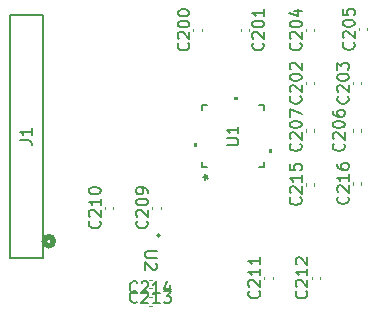
<source format=gbr>
%TF.GenerationSoftware,KiCad,Pcbnew,8.0.1*%
%TF.CreationDate,2024-07-06T10:14:10-04:00*%
%TF.ProjectId,O2 Macrodevice NFC Board KiCad,4f32204d-6163-4726-9f64-657669636520,rev?*%
%TF.SameCoordinates,Original*%
%TF.FileFunction,Legend,Top*%
%TF.FilePolarity,Positive*%
%FSLAX46Y46*%
G04 Gerber Fmt 4.6, Leading zero omitted, Abs format (unit mm)*
G04 Created by KiCad (PCBNEW 8.0.1) date 2024-07-06 10:14:10*
%MOMM*%
%LPD*%
G01*
G04 APERTURE LIST*
%ADD10C,0.150000*%
%ADD11C,0.152400*%
%ADD12C,0.000000*%
%ADD13C,0.508000*%
%ADD14C,0.120000*%
G04 APERTURE END LIST*
D10*
X131545180Y-96738095D02*
X130735657Y-96738095D01*
X130735657Y-96738095D02*
X130640419Y-96785714D01*
X130640419Y-96785714D02*
X130592800Y-96833333D01*
X130592800Y-96833333D02*
X130545180Y-96928571D01*
X130545180Y-96928571D02*
X130545180Y-97119047D01*
X130545180Y-97119047D02*
X130592800Y-97214285D01*
X130592800Y-97214285D02*
X130640419Y-97261904D01*
X130640419Y-97261904D02*
X130735657Y-97309523D01*
X130735657Y-97309523D02*
X131545180Y-97309523D01*
X131449942Y-97738095D02*
X131497561Y-97785714D01*
X131497561Y-97785714D02*
X131545180Y-97880952D01*
X131545180Y-97880952D02*
X131545180Y-98119047D01*
X131545180Y-98119047D02*
X131497561Y-98214285D01*
X131497561Y-98214285D02*
X131449942Y-98261904D01*
X131449942Y-98261904D02*
X131354704Y-98309523D01*
X131354704Y-98309523D02*
X131259466Y-98309523D01*
X131259466Y-98309523D02*
X131116609Y-98261904D01*
X131116609Y-98261904D02*
X130545180Y-97690476D01*
X130545180Y-97690476D02*
X130545180Y-98309523D01*
X137454819Y-87761904D02*
X138264342Y-87761904D01*
X138264342Y-87761904D02*
X138359580Y-87714285D01*
X138359580Y-87714285D02*
X138407200Y-87666666D01*
X138407200Y-87666666D02*
X138454819Y-87571428D01*
X138454819Y-87571428D02*
X138454819Y-87380952D01*
X138454819Y-87380952D02*
X138407200Y-87285714D01*
X138407200Y-87285714D02*
X138359580Y-87238095D01*
X138359580Y-87238095D02*
X138264342Y-87190476D01*
X138264342Y-87190476D02*
X137454819Y-87190476D01*
X138454819Y-86190476D02*
X138454819Y-86761904D01*
X138454819Y-86476190D02*
X137454819Y-86476190D01*
X137454819Y-86476190D02*
X137597676Y-86571428D01*
X137597676Y-86571428D02*
X137692914Y-86666666D01*
X137692914Y-86666666D02*
X137740533Y-86761904D01*
X135454819Y-90441699D02*
X135692914Y-90441699D01*
X135597676Y-90679794D02*
X135692914Y-90441699D01*
X135692914Y-90441699D02*
X135597676Y-90203604D01*
X135883390Y-90584556D02*
X135692914Y-90441699D01*
X135692914Y-90441699D02*
X135883390Y-90298842D01*
X135454819Y-90441699D02*
X135692914Y-90441699D01*
X135597676Y-90679794D02*
X135692914Y-90441699D01*
X135692914Y-90441699D02*
X135597676Y-90203604D01*
X135883390Y-90584556D02*
X135692914Y-90441699D01*
X135692914Y-90441699D02*
X135883390Y-90298842D01*
X119954819Y-87333333D02*
X120669104Y-87333333D01*
X120669104Y-87333333D02*
X120811961Y-87380952D01*
X120811961Y-87380952D02*
X120907200Y-87476190D01*
X120907200Y-87476190D02*
X120954819Y-87619047D01*
X120954819Y-87619047D02*
X120954819Y-87714285D01*
X120954819Y-86333333D02*
X120954819Y-86904761D01*
X120954819Y-86619047D02*
X119954819Y-86619047D01*
X119954819Y-86619047D02*
X120097676Y-86714285D01*
X120097676Y-86714285D02*
X120192914Y-86809523D01*
X120192914Y-86809523D02*
X120240533Y-86904761D01*
X148199580Y-79051547D02*
X148247200Y-79099166D01*
X148247200Y-79099166D02*
X148294819Y-79242023D01*
X148294819Y-79242023D02*
X148294819Y-79337261D01*
X148294819Y-79337261D02*
X148247200Y-79480118D01*
X148247200Y-79480118D02*
X148151961Y-79575356D01*
X148151961Y-79575356D02*
X148056723Y-79622975D01*
X148056723Y-79622975D02*
X147866247Y-79670594D01*
X147866247Y-79670594D02*
X147723390Y-79670594D01*
X147723390Y-79670594D02*
X147532914Y-79622975D01*
X147532914Y-79622975D02*
X147437676Y-79575356D01*
X147437676Y-79575356D02*
X147342438Y-79480118D01*
X147342438Y-79480118D02*
X147294819Y-79337261D01*
X147294819Y-79337261D02*
X147294819Y-79242023D01*
X147294819Y-79242023D02*
X147342438Y-79099166D01*
X147342438Y-79099166D02*
X147390057Y-79051547D01*
X147390057Y-78670594D02*
X147342438Y-78622975D01*
X147342438Y-78622975D02*
X147294819Y-78527737D01*
X147294819Y-78527737D02*
X147294819Y-78289642D01*
X147294819Y-78289642D02*
X147342438Y-78194404D01*
X147342438Y-78194404D02*
X147390057Y-78146785D01*
X147390057Y-78146785D02*
X147485295Y-78099166D01*
X147485295Y-78099166D02*
X147580533Y-78099166D01*
X147580533Y-78099166D02*
X147723390Y-78146785D01*
X147723390Y-78146785D02*
X148294819Y-78718213D01*
X148294819Y-78718213D02*
X148294819Y-78099166D01*
X147294819Y-77480118D02*
X147294819Y-77384880D01*
X147294819Y-77384880D02*
X147342438Y-77289642D01*
X147342438Y-77289642D02*
X147390057Y-77242023D01*
X147390057Y-77242023D02*
X147485295Y-77194404D01*
X147485295Y-77194404D02*
X147675771Y-77146785D01*
X147675771Y-77146785D02*
X147913866Y-77146785D01*
X147913866Y-77146785D02*
X148104342Y-77194404D01*
X148104342Y-77194404D02*
X148199580Y-77242023D01*
X148199580Y-77242023D02*
X148247200Y-77289642D01*
X148247200Y-77289642D02*
X148294819Y-77384880D01*
X148294819Y-77384880D02*
X148294819Y-77480118D01*
X148294819Y-77480118D02*
X148247200Y-77575356D01*
X148247200Y-77575356D02*
X148199580Y-77622975D01*
X148199580Y-77622975D02*
X148104342Y-77670594D01*
X148104342Y-77670594D02*
X147913866Y-77718213D01*
X147913866Y-77718213D02*
X147675771Y-77718213D01*
X147675771Y-77718213D02*
X147485295Y-77670594D01*
X147485295Y-77670594D02*
X147390057Y-77622975D01*
X147390057Y-77622975D02*
X147342438Y-77575356D01*
X147342438Y-77575356D02*
X147294819Y-77480118D01*
X147294819Y-76242023D02*
X147294819Y-76718213D01*
X147294819Y-76718213D02*
X147771009Y-76765832D01*
X147771009Y-76765832D02*
X147723390Y-76718213D01*
X147723390Y-76718213D02*
X147675771Y-76622975D01*
X147675771Y-76622975D02*
X147675771Y-76384880D01*
X147675771Y-76384880D02*
X147723390Y-76289642D01*
X147723390Y-76289642D02*
X147771009Y-76242023D01*
X147771009Y-76242023D02*
X147866247Y-76194404D01*
X147866247Y-76194404D02*
X148104342Y-76194404D01*
X148104342Y-76194404D02*
X148199580Y-76242023D01*
X148199580Y-76242023D02*
X148247200Y-76289642D01*
X148247200Y-76289642D02*
X148294819Y-76384880D01*
X148294819Y-76384880D02*
X148294819Y-76622975D01*
X148294819Y-76622975D02*
X148247200Y-76718213D01*
X148247200Y-76718213D02*
X148199580Y-76765832D01*
X147699580Y-83619047D02*
X147747200Y-83666666D01*
X147747200Y-83666666D02*
X147794819Y-83809523D01*
X147794819Y-83809523D02*
X147794819Y-83904761D01*
X147794819Y-83904761D02*
X147747200Y-84047618D01*
X147747200Y-84047618D02*
X147651961Y-84142856D01*
X147651961Y-84142856D02*
X147556723Y-84190475D01*
X147556723Y-84190475D02*
X147366247Y-84238094D01*
X147366247Y-84238094D02*
X147223390Y-84238094D01*
X147223390Y-84238094D02*
X147032914Y-84190475D01*
X147032914Y-84190475D02*
X146937676Y-84142856D01*
X146937676Y-84142856D02*
X146842438Y-84047618D01*
X146842438Y-84047618D02*
X146794819Y-83904761D01*
X146794819Y-83904761D02*
X146794819Y-83809523D01*
X146794819Y-83809523D02*
X146842438Y-83666666D01*
X146842438Y-83666666D02*
X146890057Y-83619047D01*
X146890057Y-83238094D02*
X146842438Y-83190475D01*
X146842438Y-83190475D02*
X146794819Y-83095237D01*
X146794819Y-83095237D02*
X146794819Y-82857142D01*
X146794819Y-82857142D02*
X146842438Y-82761904D01*
X146842438Y-82761904D02*
X146890057Y-82714285D01*
X146890057Y-82714285D02*
X146985295Y-82666666D01*
X146985295Y-82666666D02*
X147080533Y-82666666D01*
X147080533Y-82666666D02*
X147223390Y-82714285D01*
X147223390Y-82714285D02*
X147794819Y-83285713D01*
X147794819Y-83285713D02*
X147794819Y-82666666D01*
X146794819Y-82047618D02*
X146794819Y-81952380D01*
X146794819Y-81952380D02*
X146842438Y-81857142D01*
X146842438Y-81857142D02*
X146890057Y-81809523D01*
X146890057Y-81809523D02*
X146985295Y-81761904D01*
X146985295Y-81761904D02*
X147175771Y-81714285D01*
X147175771Y-81714285D02*
X147413866Y-81714285D01*
X147413866Y-81714285D02*
X147604342Y-81761904D01*
X147604342Y-81761904D02*
X147699580Y-81809523D01*
X147699580Y-81809523D02*
X147747200Y-81857142D01*
X147747200Y-81857142D02*
X147794819Y-81952380D01*
X147794819Y-81952380D02*
X147794819Y-82047618D01*
X147794819Y-82047618D02*
X147747200Y-82142856D01*
X147747200Y-82142856D02*
X147699580Y-82190475D01*
X147699580Y-82190475D02*
X147604342Y-82238094D01*
X147604342Y-82238094D02*
X147413866Y-82285713D01*
X147413866Y-82285713D02*
X147175771Y-82285713D01*
X147175771Y-82285713D02*
X146985295Y-82238094D01*
X146985295Y-82238094D02*
X146890057Y-82190475D01*
X146890057Y-82190475D02*
X146842438Y-82142856D01*
X146842438Y-82142856D02*
X146794819Y-82047618D01*
X146794819Y-81380951D02*
X146794819Y-80761904D01*
X146794819Y-80761904D02*
X147175771Y-81095237D01*
X147175771Y-81095237D02*
X147175771Y-80952380D01*
X147175771Y-80952380D02*
X147223390Y-80857142D01*
X147223390Y-80857142D02*
X147271009Y-80809523D01*
X147271009Y-80809523D02*
X147366247Y-80761904D01*
X147366247Y-80761904D02*
X147604342Y-80761904D01*
X147604342Y-80761904D02*
X147699580Y-80809523D01*
X147699580Y-80809523D02*
X147747200Y-80857142D01*
X147747200Y-80857142D02*
X147794819Y-80952380D01*
X147794819Y-80952380D02*
X147794819Y-81238094D01*
X147794819Y-81238094D02*
X147747200Y-81333332D01*
X147747200Y-81333332D02*
X147699580Y-81380951D01*
X143699580Y-87619047D02*
X143747200Y-87666666D01*
X143747200Y-87666666D02*
X143794819Y-87809523D01*
X143794819Y-87809523D02*
X143794819Y-87904761D01*
X143794819Y-87904761D02*
X143747200Y-88047618D01*
X143747200Y-88047618D02*
X143651961Y-88142856D01*
X143651961Y-88142856D02*
X143556723Y-88190475D01*
X143556723Y-88190475D02*
X143366247Y-88238094D01*
X143366247Y-88238094D02*
X143223390Y-88238094D01*
X143223390Y-88238094D02*
X143032914Y-88190475D01*
X143032914Y-88190475D02*
X142937676Y-88142856D01*
X142937676Y-88142856D02*
X142842438Y-88047618D01*
X142842438Y-88047618D02*
X142794819Y-87904761D01*
X142794819Y-87904761D02*
X142794819Y-87809523D01*
X142794819Y-87809523D02*
X142842438Y-87666666D01*
X142842438Y-87666666D02*
X142890057Y-87619047D01*
X142890057Y-87238094D02*
X142842438Y-87190475D01*
X142842438Y-87190475D02*
X142794819Y-87095237D01*
X142794819Y-87095237D02*
X142794819Y-86857142D01*
X142794819Y-86857142D02*
X142842438Y-86761904D01*
X142842438Y-86761904D02*
X142890057Y-86714285D01*
X142890057Y-86714285D02*
X142985295Y-86666666D01*
X142985295Y-86666666D02*
X143080533Y-86666666D01*
X143080533Y-86666666D02*
X143223390Y-86714285D01*
X143223390Y-86714285D02*
X143794819Y-87285713D01*
X143794819Y-87285713D02*
X143794819Y-86666666D01*
X142794819Y-86047618D02*
X142794819Y-85952380D01*
X142794819Y-85952380D02*
X142842438Y-85857142D01*
X142842438Y-85857142D02*
X142890057Y-85809523D01*
X142890057Y-85809523D02*
X142985295Y-85761904D01*
X142985295Y-85761904D02*
X143175771Y-85714285D01*
X143175771Y-85714285D02*
X143413866Y-85714285D01*
X143413866Y-85714285D02*
X143604342Y-85761904D01*
X143604342Y-85761904D02*
X143699580Y-85809523D01*
X143699580Y-85809523D02*
X143747200Y-85857142D01*
X143747200Y-85857142D02*
X143794819Y-85952380D01*
X143794819Y-85952380D02*
X143794819Y-86047618D01*
X143794819Y-86047618D02*
X143747200Y-86142856D01*
X143747200Y-86142856D02*
X143699580Y-86190475D01*
X143699580Y-86190475D02*
X143604342Y-86238094D01*
X143604342Y-86238094D02*
X143413866Y-86285713D01*
X143413866Y-86285713D02*
X143175771Y-86285713D01*
X143175771Y-86285713D02*
X142985295Y-86238094D01*
X142985295Y-86238094D02*
X142890057Y-86190475D01*
X142890057Y-86190475D02*
X142842438Y-86142856D01*
X142842438Y-86142856D02*
X142794819Y-86047618D01*
X142794819Y-85380951D02*
X142794819Y-84714285D01*
X142794819Y-84714285D02*
X143794819Y-85142856D01*
X143699580Y-92186547D02*
X143747200Y-92234166D01*
X143747200Y-92234166D02*
X143794819Y-92377023D01*
X143794819Y-92377023D02*
X143794819Y-92472261D01*
X143794819Y-92472261D02*
X143747200Y-92615118D01*
X143747200Y-92615118D02*
X143651961Y-92710356D01*
X143651961Y-92710356D02*
X143556723Y-92757975D01*
X143556723Y-92757975D02*
X143366247Y-92805594D01*
X143366247Y-92805594D02*
X143223390Y-92805594D01*
X143223390Y-92805594D02*
X143032914Y-92757975D01*
X143032914Y-92757975D02*
X142937676Y-92710356D01*
X142937676Y-92710356D02*
X142842438Y-92615118D01*
X142842438Y-92615118D02*
X142794819Y-92472261D01*
X142794819Y-92472261D02*
X142794819Y-92377023D01*
X142794819Y-92377023D02*
X142842438Y-92234166D01*
X142842438Y-92234166D02*
X142890057Y-92186547D01*
X142890057Y-91805594D02*
X142842438Y-91757975D01*
X142842438Y-91757975D02*
X142794819Y-91662737D01*
X142794819Y-91662737D02*
X142794819Y-91424642D01*
X142794819Y-91424642D02*
X142842438Y-91329404D01*
X142842438Y-91329404D02*
X142890057Y-91281785D01*
X142890057Y-91281785D02*
X142985295Y-91234166D01*
X142985295Y-91234166D02*
X143080533Y-91234166D01*
X143080533Y-91234166D02*
X143223390Y-91281785D01*
X143223390Y-91281785D02*
X143794819Y-91853213D01*
X143794819Y-91853213D02*
X143794819Y-91234166D01*
X143794819Y-90281785D02*
X143794819Y-90853213D01*
X143794819Y-90567499D02*
X142794819Y-90567499D01*
X142794819Y-90567499D02*
X142937676Y-90662737D01*
X142937676Y-90662737D02*
X143032914Y-90757975D01*
X143032914Y-90757975D02*
X143080533Y-90853213D01*
X142794819Y-89377023D02*
X142794819Y-89853213D01*
X142794819Y-89853213D02*
X143271009Y-89900832D01*
X143271009Y-89900832D02*
X143223390Y-89853213D01*
X143223390Y-89853213D02*
X143175771Y-89757975D01*
X143175771Y-89757975D02*
X143175771Y-89519880D01*
X143175771Y-89519880D02*
X143223390Y-89424642D01*
X143223390Y-89424642D02*
X143271009Y-89377023D01*
X143271009Y-89377023D02*
X143366247Y-89329404D01*
X143366247Y-89329404D02*
X143604342Y-89329404D01*
X143604342Y-89329404D02*
X143699580Y-89377023D01*
X143699580Y-89377023D02*
X143747200Y-89424642D01*
X143747200Y-89424642D02*
X143794819Y-89519880D01*
X143794819Y-89519880D02*
X143794819Y-89757975D01*
X143794819Y-89757975D02*
X143747200Y-89853213D01*
X143747200Y-89853213D02*
X143699580Y-89900832D01*
X147359580Y-87619047D02*
X147407200Y-87666666D01*
X147407200Y-87666666D02*
X147454819Y-87809523D01*
X147454819Y-87809523D02*
X147454819Y-87904761D01*
X147454819Y-87904761D02*
X147407200Y-88047618D01*
X147407200Y-88047618D02*
X147311961Y-88142856D01*
X147311961Y-88142856D02*
X147216723Y-88190475D01*
X147216723Y-88190475D02*
X147026247Y-88238094D01*
X147026247Y-88238094D02*
X146883390Y-88238094D01*
X146883390Y-88238094D02*
X146692914Y-88190475D01*
X146692914Y-88190475D02*
X146597676Y-88142856D01*
X146597676Y-88142856D02*
X146502438Y-88047618D01*
X146502438Y-88047618D02*
X146454819Y-87904761D01*
X146454819Y-87904761D02*
X146454819Y-87809523D01*
X146454819Y-87809523D02*
X146502438Y-87666666D01*
X146502438Y-87666666D02*
X146550057Y-87619047D01*
X146550057Y-87238094D02*
X146502438Y-87190475D01*
X146502438Y-87190475D02*
X146454819Y-87095237D01*
X146454819Y-87095237D02*
X146454819Y-86857142D01*
X146454819Y-86857142D02*
X146502438Y-86761904D01*
X146502438Y-86761904D02*
X146550057Y-86714285D01*
X146550057Y-86714285D02*
X146645295Y-86666666D01*
X146645295Y-86666666D02*
X146740533Y-86666666D01*
X146740533Y-86666666D02*
X146883390Y-86714285D01*
X146883390Y-86714285D02*
X147454819Y-87285713D01*
X147454819Y-87285713D02*
X147454819Y-86666666D01*
X146454819Y-86047618D02*
X146454819Y-85952380D01*
X146454819Y-85952380D02*
X146502438Y-85857142D01*
X146502438Y-85857142D02*
X146550057Y-85809523D01*
X146550057Y-85809523D02*
X146645295Y-85761904D01*
X146645295Y-85761904D02*
X146835771Y-85714285D01*
X146835771Y-85714285D02*
X147073866Y-85714285D01*
X147073866Y-85714285D02*
X147264342Y-85761904D01*
X147264342Y-85761904D02*
X147359580Y-85809523D01*
X147359580Y-85809523D02*
X147407200Y-85857142D01*
X147407200Y-85857142D02*
X147454819Y-85952380D01*
X147454819Y-85952380D02*
X147454819Y-86047618D01*
X147454819Y-86047618D02*
X147407200Y-86142856D01*
X147407200Y-86142856D02*
X147359580Y-86190475D01*
X147359580Y-86190475D02*
X147264342Y-86238094D01*
X147264342Y-86238094D02*
X147073866Y-86285713D01*
X147073866Y-86285713D02*
X146835771Y-86285713D01*
X146835771Y-86285713D02*
X146645295Y-86238094D01*
X146645295Y-86238094D02*
X146550057Y-86190475D01*
X146550057Y-86190475D02*
X146502438Y-86142856D01*
X146502438Y-86142856D02*
X146454819Y-86047618D01*
X146454819Y-84857142D02*
X146454819Y-85047618D01*
X146454819Y-85047618D02*
X146502438Y-85142856D01*
X146502438Y-85142856D02*
X146550057Y-85190475D01*
X146550057Y-85190475D02*
X146692914Y-85285713D01*
X146692914Y-85285713D02*
X146883390Y-85333332D01*
X146883390Y-85333332D02*
X147264342Y-85333332D01*
X147264342Y-85333332D02*
X147359580Y-85285713D01*
X147359580Y-85285713D02*
X147407200Y-85238094D01*
X147407200Y-85238094D02*
X147454819Y-85142856D01*
X147454819Y-85142856D02*
X147454819Y-84952380D01*
X147454819Y-84952380D02*
X147407200Y-84857142D01*
X147407200Y-84857142D02*
X147359580Y-84809523D01*
X147359580Y-84809523D02*
X147264342Y-84761904D01*
X147264342Y-84761904D02*
X147026247Y-84761904D01*
X147026247Y-84761904D02*
X146931009Y-84809523D01*
X146931009Y-84809523D02*
X146883390Y-84857142D01*
X146883390Y-84857142D02*
X146835771Y-84952380D01*
X146835771Y-84952380D02*
X146835771Y-85142856D01*
X146835771Y-85142856D02*
X146883390Y-85238094D01*
X146883390Y-85238094D02*
X146931009Y-85285713D01*
X146931009Y-85285713D02*
X147026247Y-85333332D01*
X140519580Y-79119047D02*
X140567200Y-79166666D01*
X140567200Y-79166666D02*
X140614819Y-79309523D01*
X140614819Y-79309523D02*
X140614819Y-79404761D01*
X140614819Y-79404761D02*
X140567200Y-79547618D01*
X140567200Y-79547618D02*
X140471961Y-79642856D01*
X140471961Y-79642856D02*
X140376723Y-79690475D01*
X140376723Y-79690475D02*
X140186247Y-79738094D01*
X140186247Y-79738094D02*
X140043390Y-79738094D01*
X140043390Y-79738094D02*
X139852914Y-79690475D01*
X139852914Y-79690475D02*
X139757676Y-79642856D01*
X139757676Y-79642856D02*
X139662438Y-79547618D01*
X139662438Y-79547618D02*
X139614819Y-79404761D01*
X139614819Y-79404761D02*
X139614819Y-79309523D01*
X139614819Y-79309523D02*
X139662438Y-79166666D01*
X139662438Y-79166666D02*
X139710057Y-79119047D01*
X139710057Y-78738094D02*
X139662438Y-78690475D01*
X139662438Y-78690475D02*
X139614819Y-78595237D01*
X139614819Y-78595237D02*
X139614819Y-78357142D01*
X139614819Y-78357142D02*
X139662438Y-78261904D01*
X139662438Y-78261904D02*
X139710057Y-78214285D01*
X139710057Y-78214285D02*
X139805295Y-78166666D01*
X139805295Y-78166666D02*
X139900533Y-78166666D01*
X139900533Y-78166666D02*
X140043390Y-78214285D01*
X140043390Y-78214285D02*
X140614819Y-78785713D01*
X140614819Y-78785713D02*
X140614819Y-78166666D01*
X139614819Y-77547618D02*
X139614819Y-77452380D01*
X139614819Y-77452380D02*
X139662438Y-77357142D01*
X139662438Y-77357142D02*
X139710057Y-77309523D01*
X139710057Y-77309523D02*
X139805295Y-77261904D01*
X139805295Y-77261904D02*
X139995771Y-77214285D01*
X139995771Y-77214285D02*
X140233866Y-77214285D01*
X140233866Y-77214285D02*
X140424342Y-77261904D01*
X140424342Y-77261904D02*
X140519580Y-77309523D01*
X140519580Y-77309523D02*
X140567200Y-77357142D01*
X140567200Y-77357142D02*
X140614819Y-77452380D01*
X140614819Y-77452380D02*
X140614819Y-77547618D01*
X140614819Y-77547618D02*
X140567200Y-77642856D01*
X140567200Y-77642856D02*
X140519580Y-77690475D01*
X140519580Y-77690475D02*
X140424342Y-77738094D01*
X140424342Y-77738094D02*
X140233866Y-77785713D01*
X140233866Y-77785713D02*
X139995771Y-77785713D01*
X139995771Y-77785713D02*
X139805295Y-77738094D01*
X139805295Y-77738094D02*
X139710057Y-77690475D01*
X139710057Y-77690475D02*
X139662438Y-77642856D01*
X139662438Y-77642856D02*
X139614819Y-77547618D01*
X140614819Y-76261904D02*
X140614819Y-76833332D01*
X140614819Y-76547618D02*
X139614819Y-76547618D01*
X139614819Y-76547618D02*
X139757676Y-76642856D01*
X139757676Y-76642856D02*
X139852914Y-76738094D01*
X139852914Y-76738094D02*
X139900533Y-76833332D01*
X147699580Y-92119047D02*
X147747200Y-92166666D01*
X147747200Y-92166666D02*
X147794819Y-92309523D01*
X147794819Y-92309523D02*
X147794819Y-92404761D01*
X147794819Y-92404761D02*
X147747200Y-92547618D01*
X147747200Y-92547618D02*
X147651961Y-92642856D01*
X147651961Y-92642856D02*
X147556723Y-92690475D01*
X147556723Y-92690475D02*
X147366247Y-92738094D01*
X147366247Y-92738094D02*
X147223390Y-92738094D01*
X147223390Y-92738094D02*
X147032914Y-92690475D01*
X147032914Y-92690475D02*
X146937676Y-92642856D01*
X146937676Y-92642856D02*
X146842438Y-92547618D01*
X146842438Y-92547618D02*
X146794819Y-92404761D01*
X146794819Y-92404761D02*
X146794819Y-92309523D01*
X146794819Y-92309523D02*
X146842438Y-92166666D01*
X146842438Y-92166666D02*
X146890057Y-92119047D01*
X146890057Y-91738094D02*
X146842438Y-91690475D01*
X146842438Y-91690475D02*
X146794819Y-91595237D01*
X146794819Y-91595237D02*
X146794819Y-91357142D01*
X146794819Y-91357142D02*
X146842438Y-91261904D01*
X146842438Y-91261904D02*
X146890057Y-91214285D01*
X146890057Y-91214285D02*
X146985295Y-91166666D01*
X146985295Y-91166666D02*
X147080533Y-91166666D01*
X147080533Y-91166666D02*
X147223390Y-91214285D01*
X147223390Y-91214285D02*
X147794819Y-91785713D01*
X147794819Y-91785713D02*
X147794819Y-91166666D01*
X147794819Y-90214285D02*
X147794819Y-90785713D01*
X147794819Y-90499999D02*
X146794819Y-90499999D01*
X146794819Y-90499999D02*
X146937676Y-90595237D01*
X146937676Y-90595237D02*
X147032914Y-90690475D01*
X147032914Y-90690475D02*
X147080533Y-90785713D01*
X146794819Y-89357142D02*
X146794819Y-89547618D01*
X146794819Y-89547618D02*
X146842438Y-89642856D01*
X146842438Y-89642856D02*
X146890057Y-89690475D01*
X146890057Y-89690475D02*
X147032914Y-89785713D01*
X147032914Y-89785713D02*
X147223390Y-89833332D01*
X147223390Y-89833332D02*
X147604342Y-89833332D01*
X147604342Y-89833332D02*
X147699580Y-89785713D01*
X147699580Y-89785713D02*
X147747200Y-89738094D01*
X147747200Y-89738094D02*
X147794819Y-89642856D01*
X147794819Y-89642856D02*
X147794819Y-89452380D01*
X147794819Y-89452380D02*
X147747200Y-89357142D01*
X147747200Y-89357142D02*
X147699580Y-89309523D01*
X147699580Y-89309523D02*
X147604342Y-89261904D01*
X147604342Y-89261904D02*
X147366247Y-89261904D01*
X147366247Y-89261904D02*
X147271009Y-89309523D01*
X147271009Y-89309523D02*
X147223390Y-89357142D01*
X147223390Y-89357142D02*
X147175771Y-89452380D01*
X147175771Y-89452380D02*
X147175771Y-89642856D01*
X147175771Y-89642856D02*
X147223390Y-89738094D01*
X147223390Y-89738094D02*
X147271009Y-89785713D01*
X147271009Y-89785713D02*
X147366247Y-89833332D01*
X130699580Y-94186547D02*
X130747200Y-94234166D01*
X130747200Y-94234166D02*
X130794819Y-94377023D01*
X130794819Y-94377023D02*
X130794819Y-94472261D01*
X130794819Y-94472261D02*
X130747200Y-94615118D01*
X130747200Y-94615118D02*
X130651961Y-94710356D01*
X130651961Y-94710356D02*
X130556723Y-94757975D01*
X130556723Y-94757975D02*
X130366247Y-94805594D01*
X130366247Y-94805594D02*
X130223390Y-94805594D01*
X130223390Y-94805594D02*
X130032914Y-94757975D01*
X130032914Y-94757975D02*
X129937676Y-94710356D01*
X129937676Y-94710356D02*
X129842438Y-94615118D01*
X129842438Y-94615118D02*
X129794819Y-94472261D01*
X129794819Y-94472261D02*
X129794819Y-94377023D01*
X129794819Y-94377023D02*
X129842438Y-94234166D01*
X129842438Y-94234166D02*
X129890057Y-94186547D01*
X129890057Y-93805594D02*
X129842438Y-93757975D01*
X129842438Y-93757975D02*
X129794819Y-93662737D01*
X129794819Y-93662737D02*
X129794819Y-93424642D01*
X129794819Y-93424642D02*
X129842438Y-93329404D01*
X129842438Y-93329404D02*
X129890057Y-93281785D01*
X129890057Y-93281785D02*
X129985295Y-93234166D01*
X129985295Y-93234166D02*
X130080533Y-93234166D01*
X130080533Y-93234166D02*
X130223390Y-93281785D01*
X130223390Y-93281785D02*
X130794819Y-93853213D01*
X130794819Y-93853213D02*
X130794819Y-93234166D01*
X129794819Y-92615118D02*
X129794819Y-92519880D01*
X129794819Y-92519880D02*
X129842438Y-92424642D01*
X129842438Y-92424642D02*
X129890057Y-92377023D01*
X129890057Y-92377023D02*
X129985295Y-92329404D01*
X129985295Y-92329404D02*
X130175771Y-92281785D01*
X130175771Y-92281785D02*
X130413866Y-92281785D01*
X130413866Y-92281785D02*
X130604342Y-92329404D01*
X130604342Y-92329404D02*
X130699580Y-92377023D01*
X130699580Y-92377023D02*
X130747200Y-92424642D01*
X130747200Y-92424642D02*
X130794819Y-92519880D01*
X130794819Y-92519880D02*
X130794819Y-92615118D01*
X130794819Y-92615118D02*
X130747200Y-92710356D01*
X130747200Y-92710356D02*
X130699580Y-92757975D01*
X130699580Y-92757975D02*
X130604342Y-92805594D01*
X130604342Y-92805594D02*
X130413866Y-92853213D01*
X130413866Y-92853213D02*
X130175771Y-92853213D01*
X130175771Y-92853213D02*
X129985295Y-92805594D01*
X129985295Y-92805594D02*
X129890057Y-92757975D01*
X129890057Y-92757975D02*
X129842438Y-92710356D01*
X129842438Y-92710356D02*
X129794819Y-92615118D01*
X130794819Y-91805594D02*
X130794819Y-91615118D01*
X130794819Y-91615118D02*
X130747200Y-91519880D01*
X130747200Y-91519880D02*
X130699580Y-91472261D01*
X130699580Y-91472261D02*
X130556723Y-91377023D01*
X130556723Y-91377023D02*
X130366247Y-91329404D01*
X130366247Y-91329404D02*
X129985295Y-91329404D01*
X129985295Y-91329404D02*
X129890057Y-91377023D01*
X129890057Y-91377023D02*
X129842438Y-91424642D01*
X129842438Y-91424642D02*
X129794819Y-91519880D01*
X129794819Y-91519880D02*
X129794819Y-91710356D01*
X129794819Y-91710356D02*
X129842438Y-91805594D01*
X129842438Y-91805594D02*
X129890057Y-91853213D01*
X129890057Y-91853213D02*
X129985295Y-91900832D01*
X129985295Y-91900832D02*
X130223390Y-91900832D01*
X130223390Y-91900832D02*
X130318628Y-91853213D01*
X130318628Y-91853213D02*
X130366247Y-91805594D01*
X130366247Y-91805594D02*
X130413866Y-91710356D01*
X130413866Y-91710356D02*
X130413866Y-91519880D01*
X130413866Y-91519880D02*
X130366247Y-91424642D01*
X130366247Y-91424642D02*
X130318628Y-91377023D01*
X130318628Y-91377023D02*
X130223390Y-91329404D01*
X140199580Y-100119047D02*
X140247200Y-100166666D01*
X140247200Y-100166666D02*
X140294819Y-100309523D01*
X140294819Y-100309523D02*
X140294819Y-100404761D01*
X140294819Y-100404761D02*
X140247200Y-100547618D01*
X140247200Y-100547618D02*
X140151961Y-100642856D01*
X140151961Y-100642856D02*
X140056723Y-100690475D01*
X140056723Y-100690475D02*
X139866247Y-100738094D01*
X139866247Y-100738094D02*
X139723390Y-100738094D01*
X139723390Y-100738094D02*
X139532914Y-100690475D01*
X139532914Y-100690475D02*
X139437676Y-100642856D01*
X139437676Y-100642856D02*
X139342438Y-100547618D01*
X139342438Y-100547618D02*
X139294819Y-100404761D01*
X139294819Y-100404761D02*
X139294819Y-100309523D01*
X139294819Y-100309523D02*
X139342438Y-100166666D01*
X139342438Y-100166666D02*
X139390057Y-100119047D01*
X139390057Y-99738094D02*
X139342438Y-99690475D01*
X139342438Y-99690475D02*
X139294819Y-99595237D01*
X139294819Y-99595237D02*
X139294819Y-99357142D01*
X139294819Y-99357142D02*
X139342438Y-99261904D01*
X139342438Y-99261904D02*
X139390057Y-99214285D01*
X139390057Y-99214285D02*
X139485295Y-99166666D01*
X139485295Y-99166666D02*
X139580533Y-99166666D01*
X139580533Y-99166666D02*
X139723390Y-99214285D01*
X139723390Y-99214285D02*
X140294819Y-99785713D01*
X140294819Y-99785713D02*
X140294819Y-99166666D01*
X140294819Y-98214285D02*
X140294819Y-98785713D01*
X140294819Y-98499999D02*
X139294819Y-98499999D01*
X139294819Y-98499999D02*
X139437676Y-98595237D01*
X139437676Y-98595237D02*
X139532914Y-98690475D01*
X139532914Y-98690475D02*
X139580533Y-98785713D01*
X140294819Y-97261904D02*
X140294819Y-97833332D01*
X140294819Y-97547618D02*
X139294819Y-97547618D01*
X139294819Y-97547618D02*
X139437676Y-97642856D01*
X139437676Y-97642856D02*
X139532914Y-97738094D01*
X139532914Y-97738094D02*
X139580533Y-97833332D01*
X143699580Y-79119047D02*
X143747200Y-79166666D01*
X143747200Y-79166666D02*
X143794819Y-79309523D01*
X143794819Y-79309523D02*
X143794819Y-79404761D01*
X143794819Y-79404761D02*
X143747200Y-79547618D01*
X143747200Y-79547618D02*
X143651961Y-79642856D01*
X143651961Y-79642856D02*
X143556723Y-79690475D01*
X143556723Y-79690475D02*
X143366247Y-79738094D01*
X143366247Y-79738094D02*
X143223390Y-79738094D01*
X143223390Y-79738094D02*
X143032914Y-79690475D01*
X143032914Y-79690475D02*
X142937676Y-79642856D01*
X142937676Y-79642856D02*
X142842438Y-79547618D01*
X142842438Y-79547618D02*
X142794819Y-79404761D01*
X142794819Y-79404761D02*
X142794819Y-79309523D01*
X142794819Y-79309523D02*
X142842438Y-79166666D01*
X142842438Y-79166666D02*
X142890057Y-79119047D01*
X142890057Y-78738094D02*
X142842438Y-78690475D01*
X142842438Y-78690475D02*
X142794819Y-78595237D01*
X142794819Y-78595237D02*
X142794819Y-78357142D01*
X142794819Y-78357142D02*
X142842438Y-78261904D01*
X142842438Y-78261904D02*
X142890057Y-78214285D01*
X142890057Y-78214285D02*
X142985295Y-78166666D01*
X142985295Y-78166666D02*
X143080533Y-78166666D01*
X143080533Y-78166666D02*
X143223390Y-78214285D01*
X143223390Y-78214285D02*
X143794819Y-78785713D01*
X143794819Y-78785713D02*
X143794819Y-78166666D01*
X142794819Y-77547618D02*
X142794819Y-77452380D01*
X142794819Y-77452380D02*
X142842438Y-77357142D01*
X142842438Y-77357142D02*
X142890057Y-77309523D01*
X142890057Y-77309523D02*
X142985295Y-77261904D01*
X142985295Y-77261904D02*
X143175771Y-77214285D01*
X143175771Y-77214285D02*
X143413866Y-77214285D01*
X143413866Y-77214285D02*
X143604342Y-77261904D01*
X143604342Y-77261904D02*
X143699580Y-77309523D01*
X143699580Y-77309523D02*
X143747200Y-77357142D01*
X143747200Y-77357142D02*
X143794819Y-77452380D01*
X143794819Y-77452380D02*
X143794819Y-77547618D01*
X143794819Y-77547618D02*
X143747200Y-77642856D01*
X143747200Y-77642856D02*
X143699580Y-77690475D01*
X143699580Y-77690475D02*
X143604342Y-77738094D01*
X143604342Y-77738094D02*
X143413866Y-77785713D01*
X143413866Y-77785713D02*
X143175771Y-77785713D01*
X143175771Y-77785713D02*
X142985295Y-77738094D01*
X142985295Y-77738094D02*
X142890057Y-77690475D01*
X142890057Y-77690475D02*
X142842438Y-77642856D01*
X142842438Y-77642856D02*
X142794819Y-77547618D01*
X143128152Y-76357142D02*
X143794819Y-76357142D01*
X142747200Y-76595237D02*
X143461485Y-76833332D01*
X143461485Y-76833332D02*
X143461485Y-76214285D01*
X134199580Y-79119047D02*
X134247200Y-79166666D01*
X134247200Y-79166666D02*
X134294819Y-79309523D01*
X134294819Y-79309523D02*
X134294819Y-79404761D01*
X134294819Y-79404761D02*
X134247200Y-79547618D01*
X134247200Y-79547618D02*
X134151961Y-79642856D01*
X134151961Y-79642856D02*
X134056723Y-79690475D01*
X134056723Y-79690475D02*
X133866247Y-79738094D01*
X133866247Y-79738094D02*
X133723390Y-79738094D01*
X133723390Y-79738094D02*
X133532914Y-79690475D01*
X133532914Y-79690475D02*
X133437676Y-79642856D01*
X133437676Y-79642856D02*
X133342438Y-79547618D01*
X133342438Y-79547618D02*
X133294819Y-79404761D01*
X133294819Y-79404761D02*
X133294819Y-79309523D01*
X133294819Y-79309523D02*
X133342438Y-79166666D01*
X133342438Y-79166666D02*
X133390057Y-79119047D01*
X133390057Y-78738094D02*
X133342438Y-78690475D01*
X133342438Y-78690475D02*
X133294819Y-78595237D01*
X133294819Y-78595237D02*
X133294819Y-78357142D01*
X133294819Y-78357142D02*
X133342438Y-78261904D01*
X133342438Y-78261904D02*
X133390057Y-78214285D01*
X133390057Y-78214285D02*
X133485295Y-78166666D01*
X133485295Y-78166666D02*
X133580533Y-78166666D01*
X133580533Y-78166666D02*
X133723390Y-78214285D01*
X133723390Y-78214285D02*
X134294819Y-78785713D01*
X134294819Y-78785713D02*
X134294819Y-78166666D01*
X133294819Y-77547618D02*
X133294819Y-77452380D01*
X133294819Y-77452380D02*
X133342438Y-77357142D01*
X133342438Y-77357142D02*
X133390057Y-77309523D01*
X133390057Y-77309523D02*
X133485295Y-77261904D01*
X133485295Y-77261904D02*
X133675771Y-77214285D01*
X133675771Y-77214285D02*
X133913866Y-77214285D01*
X133913866Y-77214285D02*
X134104342Y-77261904D01*
X134104342Y-77261904D02*
X134199580Y-77309523D01*
X134199580Y-77309523D02*
X134247200Y-77357142D01*
X134247200Y-77357142D02*
X134294819Y-77452380D01*
X134294819Y-77452380D02*
X134294819Y-77547618D01*
X134294819Y-77547618D02*
X134247200Y-77642856D01*
X134247200Y-77642856D02*
X134199580Y-77690475D01*
X134199580Y-77690475D02*
X134104342Y-77738094D01*
X134104342Y-77738094D02*
X133913866Y-77785713D01*
X133913866Y-77785713D02*
X133675771Y-77785713D01*
X133675771Y-77785713D02*
X133485295Y-77738094D01*
X133485295Y-77738094D02*
X133390057Y-77690475D01*
X133390057Y-77690475D02*
X133342438Y-77642856D01*
X133342438Y-77642856D02*
X133294819Y-77547618D01*
X133294819Y-76595237D02*
X133294819Y-76499999D01*
X133294819Y-76499999D02*
X133342438Y-76404761D01*
X133342438Y-76404761D02*
X133390057Y-76357142D01*
X133390057Y-76357142D02*
X133485295Y-76309523D01*
X133485295Y-76309523D02*
X133675771Y-76261904D01*
X133675771Y-76261904D02*
X133913866Y-76261904D01*
X133913866Y-76261904D02*
X134104342Y-76309523D01*
X134104342Y-76309523D02*
X134199580Y-76357142D01*
X134199580Y-76357142D02*
X134247200Y-76404761D01*
X134247200Y-76404761D02*
X134294819Y-76499999D01*
X134294819Y-76499999D02*
X134294819Y-76595237D01*
X134294819Y-76595237D02*
X134247200Y-76690475D01*
X134247200Y-76690475D02*
X134199580Y-76738094D01*
X134199580Y-76738094D02*
X134104342Y-76785713D01*
X134104342Y-76785713D02*
X133913866Y-76833332D01*
X133913866Y-76833332D02*
X133675771Y-76833332D01*
X133675771Y-76833332D02*
X133485295Y-76785713D01*
X133485295Y-76785713D02*
X133390057Y-76738094D01*
X133390057Y-76738094D02*
X133342438Y-76690475D01*
X133342438Y-76690475D02*
X133294819Y-76595237D01*
X129880952Y-100199580D02*
X129833333Y-100247200D01*
X129833333Y-100247200D02*
X129690476Y-100294819D01*
X129690476Y-100294819D02*
X129595238Y-100294819D01*
X129595238Y-100294819D02*
X129452381Y-100247200D01*
X129452381Y-100247200D02*
X129357143Y-100151961D01*
X129357143Y-100151961D02*
X129309524Y-100056723D01*
X129309524Y-100056723D02*
X129261905Y-99866247D01*
X129261905Y-99866247D02*
X129261905Y-99723390D01*
X129261905Y-99723390D02*
X129309524Y-99532914D01*
X129309524Y-99532914D02*
X129357143Y-99437676D01*
X129357143Y-99437676D02*
X129452381Y-99342438D01*
X129452381Y-99342438D02*
X129595238Y-99294819D01*
X129595238Y-99294819D02*
X129690476Y-99294819D01*
X129690476Y-99294819D02*
X129833333Y-99342438D01*
X129833333Y-99342438D02*
X129880952Y-99390057D01*
X130261905Y-99390057D02*
X130309524Y-99342438D01*
X130309524Y-99342438D02*
X130404762Y-99294819D01*
X130404762Y-99294819D02*
X130642857Y-99294819D01*
X130642857Y-99294819D02*
X130738095Y-99342438D01*
X130738095Y-99342438D02*
X130785714Y-99390057D01*
X130785714Y-99390057D02*
X130833333Y-99485295D01*
X130833333Y-99485295D02*
X130833333Y-99580533D01*
X130833333Y-99580533D02*
X130785714Y-99723390D01*
X130785714Y-99723390D02*
X130214286Y-100294819D01*
X130214286Y-100294819D02*
X130833333Y-100294819D01*
X131785714Y-100294819D02*
X131214286Y-100294819D01*
X131500000Y-100294819D02*
X131500000Y-99294819D01*
X131500000Y-99294819D02*
X131404762Y-99437676D01*
X131404762Y-99437676D02*
X131309524Y-99532914D01*
X131309524Y-99532914D02*
X131214286Y-99580533D01*
X132642857Y-99628152D02*
X132642857Y-100294819D01*
X132404762Y-99247200D02*
X132166667Y-99961485D01*
X132166667Y-99961485D02*
X132785714Y-99961485D01*
X129880952Y-101019580D02*
X129833333Y-101067200D01*
X129833333Y-101067200D02*
X129690476Y-101114819D01*
X129690476Y-101114819D02*
X129595238Y-101114819D01*
X129595238Y-101114819D02*
X129452381Y-101067200D01*
X129452381Y-101067200D02*
X129357143Y-100971961D01*
X129357143Y-100971961D02*
X129309524Y-100876723D01*
X129309524Y-100876723D02*
X129261905Y-100686247D01*
X129261905Y-100686247D02*
X129261905Y-100543390D01*
X129261905Y-100543390D02*
X129309524Y-100352914D01*
X129309524Y-100352914D02*
X129357143Y-100257676D01*
X129357143Y-100257676D02*
X129452381Y-100162438D01*
X129452381Y-100162438D02*
X129595238Y-100114819D01*
X129595238Y-100114819D02*
X129690476Y-100114819D01*
X129690476Y-100114819D02*
X129833333Y-100162438D01*
X129833333Y-100162438D02*
X129880952Y-100210057D01*
X130261905Y-100210057D02*
X130309524Y-100162438D01*
X130309524Y-100162438D02*
X130404762Y-100114819D01*
X130404762Y-100114819D02*
X130642857Y-100114819D01*
X130642857Y-100114819D02*
X130738095Y-100162438D01*
X130738095Y-100162438D02*
X130785714Y-100210057D01*
X130785714Y-100210057D02*
X130833333Y-100305295D01*
X130833333Y-100305295D02*
X130833333Y-100400533D01*
X130833333Y-100400533D02*
X130785714Y-100543390D01*
X130785714Y-100543390D02*
X130214286Y-101114819D01*
X130214286Y-101114819D02*
X130833333Y-101114819D01*
X131785714Y-101114819D02*
X131214286Y-101114819D01*
X131500000Y-101114819D02*
X131500000Y-100114819D01*
X131500000Y-100114819D02*
X131404762Y-100257676D01*
X131404762Y-100257676D02*
X131309524Y-100352914D01*
X131309524Y-100352914D02*
X131214286Y-100400533D01*
X132119048Y-100114819D02*
X132738095Y-100114819D01*
X132738095Y-100114819D02*
X132404762Y-100495771D01*
X132404762Y-100495771D02*
X132547619Y-100495771D01*
X132547619Y-100495771D02*
X132642857Y-100543390D01*
X132642857Y-100543390D02*
X132690476Y-100591009D01*
X132690476Y-100591009D02*
X132738095Y-100686247D01*
X132738095Y-100686247D02*
X132738095Y-100924342D01*
X132738095Y-100924342D02*
X132690476Y-101019580D01*
X132690476Y-101019580D02*
X132642857Y-101067200D01*
X132642857Y-101067200D02*
X132547619Y-101114819D01*
X132547619Y-101114819D02*
X132261905Y-101114819D01*
X132261905Y-101114819D02*
X132166667Y-101067200D01*
X132166667Y-101067200D02*
X132119048Y-101019580D01*
X126699580Y-94186547D02*
X126747200Y-94234166D01*
X126747200Y-94234166D02*
X126794819Y-94377023D01*
X126794819Y-94377023D02*
X126794819Y-94472261D01*
X126794819Y-94472261D02*
X126747200Y-94615118D01*
X126747200Y-94615118D02*
X126651961Y-94710356D01*
X126651961Y-94710356D02*
X126556723Y-94757975D01*
X126556723Y-94757975D02*
X126366247Y-94805594D01*
X126366247Y-94805594D02*
X126223390Y-94805594D01*
X126223390Y-94805594D02*
X126032914Y-94757975D01*
X126032914Y-94757975D02*
X125937676Y-94710356D01*
X125937676Y-94710356D02*
X125842438Y-94615118D01*
X125842438Y-94615118D02*
X125794819Y-94472261D01*
X125794819Y-94472261D02*
X125794819Y-94377023D01*
X125794819Y-94377023D02*
X125842438Y-94234166D01*
X125842438Y-94234166D02*
X125890057Y-94186547D01*
X125890057Y-93805594D02*
X125842438Y-93757975D01*
X125842438Y-93757975D02*
X125794819Y-93662737D01*
X125794819Y-93662737D02*
X125794819Y-93424642D01*
X125794819Y-93424642D02*
X125842438Y-93329404D01*
X125842438Y-93329404D02*
X125890057Y-93281785D01*
X125890057Y-93281785D02*
X125985295Y-93234166D01*
X125985295Y-93234166D02*
X126080533Y-93234166D01*
X126080533Y-93234166D02*
X126223390Y-93281785D01*
X126223390Y-93281785D02*
X126794819Y-93853213D01*
X126794819Y-93853213D02*
X126794819Y-93234166D01*
X126794819Y-92281785D02*
X126794819Y-92853213D01*
X126794819Y-92567499D02*
X125794819Y-92567499D01*
X125794819Y-92567499D02*
X125937676Y-92662737D01*
X125937676Y-92662737D02*
X126032914Y-92757975D01*
X126032914Y-92757975D02*
X126080533Y-92853213D01*
X125794819Y-91662737D02*
X125794819Y-91567499D01*
X125794819Y-91567499D02*
X125842438Y-91472261D01*
X125842438Y-91472261D02*
X125890057Y-91424642D01*
X125890057Y-91424642D02*
X125985295Y-91377023D01*
X125985295Y-91377023D02*
X126175771Y-91329404D01*
X126175771Y-91329404D02*
X126413866Y-91329404D01*
X126413866Y-91329404D02*
X126604342Y-91377023D01*
X126604342Y-91377023D02*
X126699580Y-91424642D01*
X126699580Y-91424642D02*
X126747200Y-91472261D01*
X126747200Y-91472261D02*
X126794819Y-91567499D01*
X126794819Y-91567499D02*
X126794819Y-91662737D01*
X126794819Y-91662737D02*
X126747200Y-91757975D01*
X126747200Y-91757975D02*
X126699580Y-91805594D01*
X126699580Y-91805594D02*
X126604342Y-91853213D01*
X126604342Y-91853213D02*
X126413866Y-91900832D01*
X126413866Y-91900832D02*
X126175771Y-91900832D01*
X126175771Y-91900832D02*
X125985295Y-91853213D01*
X125985295Y-91853213D02*
X125890057Y-91805594D01*
X125890057Y-91805594D02*
X125842438Y-91757975D01*
X125842438Y-91757975D02*
X125794819Y-91662737D01*
X143699580Y-83619047D02*
X143747200Y-83666666D01*
X143747200Y-83666666D02*
X143794819Y-83809523D01*
X143794819Y-83809523D02*
X143794819Y-83904761D01*
X143794819Y-83904761D02*
X143747200Y-84047618D01*
X143747200Y-84047618D02*
X143651961Y-84142856D01*
X143651961Y-84142856D02*
X143556723Y-84190475D01*
X143556723Y-84190475D02*
X143366247Y-84238094D01*
X143366247Y-84238094D02*
X143223390Y-84238094D01*
X143223390Y-84238094D02*
X143032914Y-84190475D01*
X143032914Y-84190475D02*
X142937676Y-84142856D01*
X142937676Y-84142856D02*
X142842438Y-84047618D01*
X142842438Y-84047618D02*
X142794819Y-83904761D01*
X142794819Y-83904761D02*
X142794819Y-83809523D01*
X142794819Y-83809523D02*
X142842438Y-83666666D01*
X142842438Y-83666666D02*
X142890057Y-83619047D01*
X142890057Y-83238094D02*
X142842438Y-83190475D01*
X142842438Y-83190475D02*
X142794819Y-83095237D01*
X142794819Y-83095237D02*
X142794819Y-82857142D01*
X142794819Y-82857142D02*
X142842438Y-82761904D01*
X142842438Y-82761904D02*
X142890057Y-82714285D01*
X142890057Y-82714285D02*
X142985295Y-82666666D01*
X142985295Y-82666666D02*
X143080533Y-82666666D01*
X143080533Y-82666666D02*
X143223390Y-82714285D01*
X143223390Y-82714285D02*
X143794819Y-83285713D01*
X143794819Y-83285713D02*
X143794819Y-82666666D01*
X142794819Y-82047618D02*
X142794819Y-81952380D01*
X142794819Y-81952380D02*
X142842438Y-81857142D01*
X142842438Y-81857142D02*
X142890057Y-81809523D01*
X142890057Y-81809523D02*
X142985295Y-81761904D01*
X142985295Y-81761904D02*
X143175771Y-81714285D01*
X143175771Y-81714285D02*
X143413866Y-81714285D01*
X143413866Y-81714285D02*
X143604342Y-81761904D01*
X143604342Y-81761904D02*
X143699580Y-81809523D01*
X143699580Y-81809523D02*
X143747200Y-81857142D01*
X143747200Y-81857142D02*
X143794819Y-81952380D01*
X143794819Y-81952380D02*
X143794819Y-82047618D01*
X143794819Y-82047618D02*
X143747200Y-82142856D01*
X143747200Y-82142856D02*
X143699580Y-82190475D01*
X143699580Y-82190475D02*
X143604342Y-82238094D01*
X143604342Y-82238094D02*
X143413866Y-82285713D01*
X143413866Y-82285713D02*
X143175771Y-82285713D01*
X143175771Y-82285713D02*
X142985295Y-82238094D01*
X142985295Y-82238094D02*
X142890057Y-82190475D01*
X142890057Y-82190475D02*
X142842438Y-82142856D01*
X142842438Y-82142856D02*
X142794819Y-82047618D01*
X142890057Y-81333332D02*
X142842438Y-81285713D01*
X142842438Y-81285713D02*
X142794819Y-81190475D01*
X142794819Y-81190475D02*
X142794819Y-80952380D01*
X142794819Y-80952380D02*
X142842438Y-80857142D01*
X142842438Y-80857142D02*
X142890057Y-80809523D01*
X142890057Y-80809523D02*
X142985295Y-80761904D01*
X142985295Y-80761904D02*
X143080533Y-80761904D01*
X143080533Y-80761904D02*
X143223390Y-80809523D01*
X143223390Y-80809523D02*
X143794819Y-81380951D01*
X143794819Y-81380951D02*
X143794819Y-80761904D01*
X144199580Y-100119047D02*
X144247200Y-100166666D01*
X144247200Y-100166666D02*
X144294819Y-100309523D01*
X144294819Y-100309523D02*
X144294819Y-100404761D01*
X144294819Y-100404761D02*
X144247200Y-100547618D01*
X144247200Y-100547618D02*
X144151961Y-100642856D01*
X144151961Y-100642856D02*
X144056723Y-100690475D01*
X144056723Y-100690475D02*
X143866247Y-100738094D01*
X143866247Y-100738094D02*
X143723390Y-100738094D01*
X143723390Y-100738094D02*
X143532914Y-100690475D01*
X143532914Y-100690475D02*
X143437676Y-100642856D01*
X143437676Y-100642856D02*
X143342438Y-100547618D01*
X143342438Y-100547618D02*
X143294819Y-100404761D01*
X143294819Y-100404761D02*
X143294819Y-100309523D01*
X143294819Y-100309523D02*
X143342438Y-100166666D01*
X143342438Y-100166666D02*
X143390057Y-100119047D01*
X143390057Y-99738094D02*
X143342438Y-99690475D01*
X143342438Y-99690475D02*
X143294819Y-99595237D01*
X143294819Y-99595237D02*
X143294819Y-99357142D01*
X143294819Y-99357142D02*
X143342438Y-99261904D01*
X143342438Y-99261904D02*
X143390057Y-99214285D01*
X143390057Y-99214285D02*
X143485295Y-99166666D01*
X143485295Y-99166666D02*
X143580533Y-99166666D01*
X143580533Y-99166666D02*
X143723390Y-99214285D01*
X143723390Y-99214285D02*
X144294819Y-99785713D01*
X144294819Y-99785713D02*
X144294819Y-99166666D01*
X144294819Y-98214285D02*
X144294819Y-98785713D01*
X144294819Y-98499999D02*
X143294819Y-98499999D01*
X143294819Y-98499999D02*
X143437676Y-98595237D01*
X143437676Y-98595237D02*
X143532914Y-98690475D01*
X143532914Y-98690475D02*
X143580533Y-98785713D01*
X143390057Y-97833332D02*
X143342438Y-97785713D01*
X143342438Y-97785713D02*
X143294819Y-97690475D01*
X143294819Y-97690475D02*
X143294819Y-97452380D01*
X143294819Y-97452380D02*
X143342438Y-97357142D01*
X143342438Y-97357142D02*
X143390057Y-97309523D01*
X143390057Y-97309523D02*
X143485295Y-97261904D01*
X143485295Y-97261904D02*
X143580533Y-97261904D01*
X143580533Y-97261904D02*
X143723390Y-97309523D01*
X143723390Y-97309523D02*
X144294819Y-97880951D01*
X144294819Y-97880951D02*
X144294819Y-97261904D01*
D11*
%TO.C,U2*%
X131802000Y-95436400D02*
G75*
G02*
X131548000Y-95436400I-127000J0D01*
G01*
X131548000Y-95436400D02*
G75*
G02*
X131802000Y-95436400I127000J0D01*
G01*
D12*
%TO.C,U1*%
G36*
X141314700Y-88440500D02*
G01*
X141060700Y-88440500D01*
X141060700Y-88059500D01*
X141314700Y-88059500D01*
X141314700Y-88440500D01*
G37*
G36*
X138440500Y-83939300D02*
G01*
X138059499Y-83939300D01*
X138059499Y-83685300D01*
X138440500Y-83685300D01*
X138440500Y-83939300D01*
G37*
G36*
X134939300Y-87940501D02*
G01*
X134685300Y-87940501D01*
X134685300Y-87559501D01*
X134939300Y-87559501D01*
X134939300Y-87940501D01*
G37*
D11*
X140628900Y-89628900D02*
X140628900Y-89209739D01*
X140628900Y-84371100D02*
X140209739Y-84371100D01*
X135371100Y-84371100D02*
X135371100Y-84790261D01*
X135371100Y-89628900D02*
X135790261Y-89628900D01*
X140209739Y-89628900D02*
X140628900Y-89628900D01*
X140628900Y-84790261D02*
X140628900Y-84371100D01*
X135790261Y-84371100D02*
X135371100Y-84371100D01*
X135371100Y-89209739D02*
X135371100Y-89628900D01*
D13*
%TO.C,J1*%
X122786000Y-95890000D02*
G75*
G02*
X122024000Y-95890000I-381000J0D01*
G01*
X122024000Y-95890000D02*
G75*
G02*
X122786000Y-95890000I381000J0D01*
G01*
D11*
X121897000Y-97287000D02*
X121897000Y-76713000D01*
X121897000Y-76713000D02*
X119103000Y-76713000D01*
X119103000Y-76713000D02*
X119103000Y-97287000D01*
X119103000Y-97287000D02*
X121897000Y-97287000D01*
D14*
%TO.C,C205*%
X148640000Y-78048335D02*
X148640000Y-77816665D01*
X149360000Y-78048335D02*
X149360000Y-77816665D01*
%TO.C,C203*%
X148140000Y-82615835D02*
X148140000Y-82384165D01*
X148860000Y-82615835D02*
X148860000Y-82384165D01*
%TO.C,C207*%
X144140000Y-86615835D02*
X144140000Y-86384165D01*
X144860000Y-86615835D02*
X144860000Y-86384165D01*
%TO.C,C215*%
X144140000Y-91183335D02*
X144140000Y-90951665D01*
X144860000Y-91183335D02*
X144860000Y-90951665D01*
%TO.C,C206*%
X148140000Y-86615835D02*
X148140000Y-86384165D01*
X148860000Y-86615835D02*
X148860000Y-86384165D01*
%TO.C,C201*%
X138640000Y-77884165D02*
X138640000Y-78115835D01*
X139360000Y-77884165D02*
X139360000Y-78115835D01*
%TO.C,C216*%
X148140000Y-91115835D02*
X148140000Y-90884165D01*
X148860000Y-91115835D02*
X148860000Y-90884165D01*
%TO.C,C209*%
X131140000Y-93183335D02*
X131140000Y-92951665D01*
X131860000Y-93183335D02*
X131860000Y-92951665D01*
%TO.C,C211*%
X140640000Y-99115835D02*
X140640000Y-98884165D01*
X141360000Y-99115835D02*
X141360000Y-98884165D01*
%TO.C,C204*%
X144140000Y-78115835D02*
X144140000Y-77884165D01*
X144860000Y-78115835D02*
X144860000Y-77884165D01*
%TO.C,C200*%
X134640000Y-78115835D02*
X134640000Y-77884165D01*
X135360000Y-78115835D02*
X135360000Y-77884165D01*
%TO.C,C214*%
X130884165Y-100640000D02*
X131115835Y-100640000D01*
X130884165Y-101360000D02*
X131115835Y-101360000D01*
%TO.C,C213*%
X131115835Y-99860000D02*
X130884165Y-99860000D01*
X131115835Y-99140000D02*
X130884165Y-99140000D01*
%TO.C,C210*%
X127140000Y-93183335D02*
X127140000Y-92951665D01*
X127860000Y-93183335D02*
X127860000Y-92951665D01*
%TO.C,C202*%
X144140000Y-82615835D02*
X144140000Y-82384165D01*
X144860000Y-82615835D02*
X144860000Y-82384165D01*
%TO.C,C212*%
X144640000Y-99115835D02*
X144640000Y-98884165D01*
X145360000Y-99115835D02*
X145360000Y-98884165D01*
%TD*%
M02*

</source>
